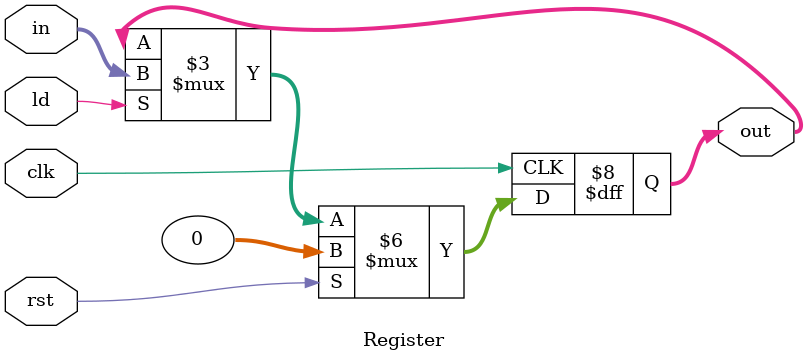
<source format=sv>
module Register(clk, rst, ld, in, out);
	input clk, rst, ld;
	input [31:0] in;
	output reg [31:0] out;
	always @(posedge clk) begin
		if (rst) out <= 32'b0;
		else if (ld) out <= in;
		else out <= out;
	end
endmodule

</source>
